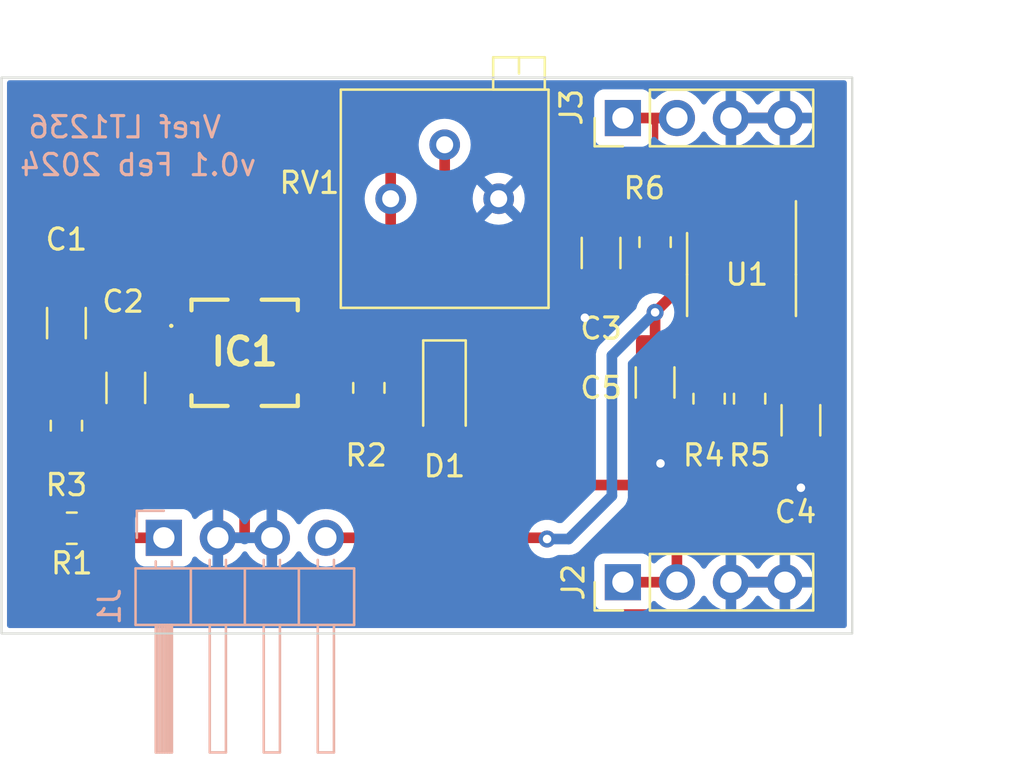
<source format=kicad_pcb>
(kicad_pcb (version 20240108) (generator "pcbnew") (generator_version "8.0")
  (layers (0 "F.Cu" signal) (31 "B.Cu" signal) (34 "B.Paste" user) (35 "F.Paste" user) (36 "B.SilkS" user "B.Silkscreen") (37 "F.SilkS" user "F.Silkscreen") (38 "B.Mask" user) (39 "F.Mask" user) (44 "Edge.Cuts" user))
  (net 0 "")
  (net 1 "GND")
  (net 2 "Net-(D1-K)")
  (net 7 "+9V")
  (net 8 "/Trim")
  (net 9 "/Unbuf_5V")
  (net 10 "/Filt_9V")
  (net 11 "-9V")
  (net 12 "Net-(C1-Pad2)")
  (net 13 "Net-(U1B--)")
  (net 14 "/RefN")
  (net 15 "/RefP")
  (footprint "Capacitor_SMD:C_1206_3216Metric_Pad1.33x1.80mm_HandSolder" (layer "F.Cu") (at 98.044 108.966 -90)
    (property "Reference" "C2" (at -4.064 0.127 180) (layer "F.SilkS"))
    (property "Value" "100nF C0G")
    (fp_line (start -0.711252 0.91) (end 0.711252 0.91) (stroke (width 0.12)) (layer "F.SilkS"))
    (fp_line (start -0.711252 -0.91) (end 0.711252 -0.91) (stroke (width 0.12)) (layer "F.SilkS"))
    (pad "1" smd roundrect (at -1.5625 0 270) (size 1.325 1.8) (layers "F.Cu" "F.Paste" "F.Mask") (roundrect_rratio 0.188679) (net 10 "/Filt_9V"))
    (pad "2" smd roundrect (at 1.5625 0 270) (size 1.325 1.8) (layers "F.Cu" "F.Paste" "F.Mask") (roundrect_rratio 0.188679) (net 1 "GND"))
  )
  (footprint "Resistor_SMD:R_0805_2012Metric_Pad1.20x1.40mm_HandSolder" (layer "F.Cu") (at 122.936 102.108 -90)
    (property "Reference" "R6" (at -2.54 0.508 180) (layer "F.SilkS"))
    (property "Value" "10k")
    (fp_line (start -0.227064 0.735) (end 0.227064 0.735) (stroke (width 0.12)) (layer "F.SilkS"))
    (fp_line (start -0.227064 -0.735) (end 0.227064 -0.735) (stroke (width 0.12)) (layer "F.SilkS"))
    (pad "1" smd roundrect (at -1 0 270) (size 1.2 1.4) (layers "F.Cu" "F.Paste" "F.Mask") (roundrect_rratio 0.208333) (net 9 "/Unbuf_5V"))
    (pad "2" smd roundrect (at 1 0 270) (size 1.2 1.4) (layers "F.Cu" "F.Paste" "F.Mask") (roundrect_rratio 0.208333) (net 1 "GND"))
  )
  (footprint "Capacitor_SMD:C_1206_3216Metric_Pad1.33x1.80mm_HandSolder" (layer "F.Cu") (at 129.794 110.49 -90)
    (property "Reference" "C4" (at 4.318 0.254 180) (layer "F.SilkS"))
    (property "Value" "100nF C0G")
    (fp_line (start -0.711252 0.91) (end 0.711252 0.91) (stroke (width 0.12)) (layer "F.SilkS"))
    (fp_line (start -0.711252 -0.91) (end 0.711252 -0.91) (stroke (width 0.12)) (layer "F.SilkS"))
    (pad "1" smd roundrect (at -1.5625 0 270) (size 1.325 1.8) (layers "F.Cu" "F.Paste" "F.Mask") (roundrect_rratio 0.188679) (net 7 "+9V"))
    (pad "2" smd roundrect (at 1.5625 0 270) (size 1.325 1.8) (layers "F.Cu" "F.Paste" "F.Mask") (roundrect_rratio 0.188679) (net 1 "GND"))
  )
  (footprint "Capacitor_SMD:C_1206_3216Metric_Pad1.33x1.80mm_HandSolder" (layer "F.Cu") (at 122.936 108.712 90)
    (property "Reference" "C5" (at -0.254 -2.54 180) (layer "F.SilkS"))
    (property "Value" "100nF C0G")
    (fp_line (start -0.711252 -0.91) (end 0.711252 -0.91) (stroke (width 0.12)) (layer "F.SilkS"))
    (fp_line (start -0.711252 0.91) (end 0.711252 0.91) (stroke (width 0.12)) (layer "F.SilkS"))
    (pad "1" smd roundrect (at -1.5625 0 90) (size 1.325 1.8) (layers "F.Cu" "F.Paste" "F.Mask") (roundrect_rratio 0.188679) (net 1 "GND"))
    (pad "2" smd roundrect (at 1.5625 0 90) (size 1.325 1.8) (layers "F.Cu" "F.Paste" "F.Mask") (roundrect_rratio 0.188679) (net 11 "-9V"))
  )
  (footprint "Resistor_SMD:R_0805_2012Metric_Pad1.20x1.40mm_HandSolder" (layer "F.Cu") (at 109.474 108.966 -90)
    (property "Reference" "R2" (at 3.175 0.127 180) (layer "F.SilkS"))
    (property "Value" "27k")
    (fp_line (start -0.227064 0.735) (end 0.227064 0.735) (stroke (width 0.12)) (layer "F.SilkS"))
    (fp_line (start -0.227064 -0.735) (end 0.227064 -0.735) (stroke (width 0.12)) (layer "F.SilkS"))
    (pad "1" smd roundrect (at -1 0 270) (size 1.2 1.4) (layers "F.Cu" "F.Paste" "F.Mask") (roundrect_rratio 0.208333) (net 9 "/Unbuf_5V"))
    (pad "2" smd roundrect (at 1 0 270) (size 1.2 1.4) (layers "F.Cu" "F.Paste" "F.Mask") (roundrect_rratio 0.208333) (net 8 "/Trim"))
  )
  (footprint "Connector_PinHeader_2.54mm:PinHeader_1x04_P2.54mm_Vertical" (layer "F.Cu") (at 121.422 96.266 90)
    (property "Reference" "J3" (at 0.508 -2.423 -90) (layer "F.SilkS"))
    (property "Value" "RefP")
    (fp_line (start -1.33 -1.33) (end 0 -1.33) (stroke (width 0.12)) (layer "F.SilkS"))
    (fp_line (start -1.33 0) (end -1.33 -1.33) (stroke (width 0.12)) (layer "F.SilkS"))
    (fp_line (start 1.33 1.27) (end 1.33 8.95) (stroke (width 0.12)) (layer "F.SilkS"))
    (fp_line (start -1.33 1.27) (end 1.33 1.27) (stroke (width 0.12)) (layer "F.SilkS"))
    (fp_line (start -1.33 1.27) (end -1.33 8.95) (stroke (width 0.12)) (layer "F.SilkS"))
    (fp_line (start -1.33 8.95) (end 1.33 8.95) (stroke (width 0.12)) (layer "F.SilkS"))
    (pad "1" thru_hole rect (at 0 0 90) (size 1.7 1.7) (drill 1) (layers "*.Cu" "*.Mask" "In1.Cu" "In2.Cu" "In3.Cu" "In4.Cu" "In5.Cu" "In6.Cu" "In7.Cu" "In8.Cu" "In9.Cu" "In10.Cu" "In11.Cu" "In12.Cu" "In13.Cu" "In14.Cu" "In15.Cu" "In16.Cu" "In17.Cu" "In18.Cu" "In19.Cu" "In20.Cu" "In21.Cu" "In22.Cu" "In23.Cu" "In24.Cu" "In25.Cu" "In26.Cu" "In27.Cu" "In28.Cu" "In29.Cu" "In30.Cu") (net 15 "/RefP"))
    (pad "2" thru_hole oval (at 0 2.54 90) (size 1.7 1.7) (drill 1) (layers "*.Cu" "*.Mask" "In1.Cu" "In2.Cu" "In3.Cu" "In4.Cu" "In5.Cu" "In6.Cu" "In7.Cu" "In8.Cu" "In9.Cu" "In10.Cu" "In11.Cu" "In12.Cu" "In13.Cu" "In14.Cu" "In15.Cu" "In16.Cu" "In17.Cu" "In18.Cu" "In19.Cu" "In20.Cu" "In21.Cu" "In22.Cu" "In23.Cu" "In24.Cu" "In25.Cu" "In26.Cu" "In27.Cu" "In28.Cu" "In29.Cu" "In30.Cu") (net 15 "/RefP"))
    (pad "3" thru_hole oval (at 0 5.08 90) (size 1.7 1.7) (drill 1) (layers "*.Cu" "*.Mask" "In1.Cu" "In2.Cu" "In3.Cu" "In4.Cu" "In5.Cu" "In6.Cu" "In7.Cu" "In8.Cu" "In9.Cu" "In10.Cu" "In11.Cu" "In12.Cu" "In13.Cu" "In14.Cu" "In15.Cu" "In16.Cu" "In17.Cu" "In18.Cu" "In19.Cu" "In20.Cu" "In21.Cu" "In22.Cu" "In23.Cu" "In24.Cu" "In25.Cu" "In26.Cu" "In27.Cu" "In28.Cu" "In29.Cu" "In30.Cu") (net 1 "GND"))
    (pad "4" thru_hole oval (at 0 7.62 90) (size 1.7 1.7) (drill 1) (layers "*.Cu" "*.Mask" "In1.Cu" "In2.Cu" "In3.Cu" "In4.Cu" "In5.Cu" "In6.Cu" "In7.Cu" "In8.Cu" "In9.Cu" "In10.Cu" "In11.Cu" "In12.Cu" "In13.Cu" "In14.Cu" "In15.Cu" "In16.Cu" "In17.Cu" "In18.Cu" "In19.Cu" "In20.Cu" "In21.Cu" "In22.Cu" "In23.Cu" "In24.Cu" "In25.Cu" "In26.Cu" "In27.Cu" "In28.Cu" "In29.Cu" "In30.Cu") (net 1 "GND"))
  )
  (footprint "Connector_PinHeader_2.54mm:PinHeader_1x04_P2.54mm_Vertical" (layer "F.Cu") (at 121.422 118.11 90)
    (property "Reference" "J2" (at 0 -2.33 90) (layer "F.SilkS"))
    (property "Value" "RefN")
    (fp_line (start -1.33 -1.33) (end 0 -1.33) (stroke (width 0.12)) (layer "F.SilkS"))
    (fp_line (start -1.33 0) (end -1.33 -1.33) (stroke (width 0.12)) (layer "F.SilkS"))
    (fp_line (start 1.33 1.27) (end 1.33 8.95) (stroke (width 0.12)) (layer "F.SilkS"))
    (fp_line (start -1.33 1.27) (end 1.33 1.27) (stroke (width 0.12)) (layer "F.SilkS"))
    (fp_line (start -1.33 1.27) (end -1.33 8.95) (stroke (width 0.12)) (layer "F.SilkS"))
    (fp_line (start -1.33 8.95) (end 1.33 8.95) (stroke (width 0.12)) (layer "F.SilkS"))
    (pad "1" thru_hole rect (at 0 0 90) (size 1.7 1.7) (drill 1) (layers "*.Cu" "*.Mask" "In1.Cu" "In2.Cu" "In3.Cu" "In4.Cu" "In5.Cu" "In6.Cu" "In7.Cu" "In8.Cu" "In9.Cu" "In10.Cu" "In11.Cu" "In12.Cu" "In13.Cu" "In14.Cu" "In15.Cu" "In16.Cu" "In17.Cu" "In18.Cu" "In19.Cu" "In20.Cu" "In21.Cu" "In22.Cu" "In23.Cu" "In24.Cu" "In25.Cu" "In26.Cu" "In27.Cu" "In28.Cu" "In29.Cu" "In30.Cu") (net 14 "/RefN"))
    (pad "2" thru_hole oval (at 0 2.54 90) (size 1.7 1.7) (drill 1) (layers "*.Cu" "*.Mask" "In1.Cu" "In2.Cu" "In3.Cu" "In4.Cu" "In5.Cu" "In6.Cu" "In7.Cu" "In8.Cu" "In9.Cu" "In10.Cu" "In11.Cu" "In12.Cu" "In13.Cu" "In14.Cu" "In15.Cu" "In16.Cu" "In17.Cu" "In18.Cu" "In19.Cu" "In20.Cu" "In21.Cu" "In22.Cu" "In23.Cu" "In24.Cu" "In25.Cu" "In26.Cu" "In27.Cu" "In28.Cu" "In29.Cu" "In30.Cu") (net 14 "/RefN"))
    (pad "3" thru_hole oval (at 0 5.08 90) (size 1.7 1.7) (drill 1) (layers "*.Cu" "*.Mask" "In1.Cu" "In2.Cu" "In3.Cu" "In4.Cu" "In5.Cu" "In6.Cu" "In7.Cu" "In8.Cu" "In9.Cu" "In10.Cu" "In11.Cu" "In12.Cu" "In13.Cu" "In14.Cu" "In15.Cu" "In16.Cu" "In17.Cu" "In18.Cu" "In19.Cu" "In20.Cu" "In21.Cu" "In22.Cu" "In23.Cu" "In24.Cu" "In25.Cu" "In26.Cu" "In27.Cu" "In28.Cu" "In29.Cu" "In30.Cu") (net 1 "GND"))
    (pad "4" thru_hole oval (at 0 7.62 90) (size 1.7 1.7) (drill 1) (layers "*.Cu" "*.Mask" "In1.Cu" "In2.Cu" "In3.Cu" "In4.Cu" "In5.Cu" "In6.Cu" "In7.Cu" "In8.Cu" "In9.Cu" "In10.Cu" "In11.Cu" "In12.Cu" "In13.Cu" "In14.Cu" "In15.Cu" "In16.Cu" "In17.Cu" "In18.Cu" "In19.Cu" "In20.Cu" "In21.Cu" "In22.Cu" "In23.Cu" "In24.Cu" "In25.Cu" "In26.Cu" "In27.Cu" "In28.Cu" "In29.Cu" "In30.Cu") (net 1 "GND"))
  )
  (footprint "Resistor_SMD:R_0805_2012Metric_Pad1.20x1.40mm_HandSolder" (layer "F.Cu") (at 127.381 109.474 -90)
    (property "Reference" "R5" (at 2.667 0 180) (layer "F.SilkS"))
    (property "Value" "1k8 0.02% 5ppm")
    (fp_line (start -0.227064 0.735) (end 0.227064 0.735) (stroke (width 0.12)) (layer "F.SilkS"))
    (fp_line (start -0.227064 -0.735) (end 0.227064 -0.735) (stroke (width 0.12)) (layer "F.SilkS"))
    (pad "1" smd roundrect (at -1 0 270) (size 1.2 1.4) (layers "F.Cu" "F.Paste" "F.Mask") (roundrect_rratio 0.208333) (net 13 "Net-(U1B--)"))
    (pad "2" smd roundrect (at 1 0 270) (size 1.2 1.4) (layers "F.Cu" "F.Paste" "F.Mask") (roundrect_rratio 0.208333) (net 14 "/RefN"))
  )
  (footprint "Potentiometer_THT:Potentiometer_Bourns_3296P_Horizontal" (layer "F.Cu") (at 115.58 100.064 -90)
    (property "Reference" "RV1" (at -0.75 8.9 180) (layer "F.SilkS"))
    (property "Value" "50k Bourns 3296P")
    (fp_line (start -5.135 7.425) (end 5.135 7.425) (stroke (width 0.12)) (layer "F.SilkS"))
    (fp_line (start -6.655 0.26) (end -5.136 0.26) (stroke (width 0.12)) (layer "F.SilkS"))
    (fp_line (start -6.655 -0.955) (end -5.896 -0.955) (stroke (width 0.12)) (layer "F.SilkS"))
    (fp_line (start -6.655 -2.169) (end -6.655 0.26) (stroke (width 0.12)) (layer "F.SilkS"))
    (fp_line (start -6.655 -2.169) (end -5.136 -2.169) (stroke (width 0.12)) (layer "F.SilkS"))
    (fp_line (start -5.136 -2.169) (end -5.136 0.26) (stroke (width 0.12)) (layer "F.SilkS"))
    (fp_line (start -5.135 -2.345) (end -5.135 7.425) (stroke (width 0.12)) (layer "F.SilkS"))
    (fp_line (start -5.135 -2.345) (end 5.135 -2.345) (stroke (width 0.12)) (layer "F.SilkS"))
    (fp_line (start 5.135 -2.345) (end 5.135 7.425) (stroke (width 0.12)) (layer "F.SilkS"))
    (pad "1" thru_hole circle (at 0 0 270) (size 1.44 1.44) (drill 0.8) (layers "*.Cu" "*.Mask" "In1.Cu" "In2.Cu" "In3.Cu" "In4.Cu" "In5.Cu" "In6.Cu" "In7.Cu" "In8.Cu" "In9.Cu" "In10.Cu" "In11.Cu" "In12.Cu" "In13.Cu" "In14.Cu" "In15.Cu" "In16.Cu" "In17.Cu" "In18.Cu" "In19.Cu" "In20.Cu" "In21.Cu" "In22.Cu" "In23.Cu" "In24.Cu" "In25.Cu" "In26.Cu" "In27.Cu" "In28.Cu" "In29.Cu" "In30.Cu") (net 1 "GND"))
    (pad "2" thru_hole circle (at -2.54 2.54 270) (size 1.44 1.44) (drill 0.8) (layers "*.Cu" "*.Mask" "In1.Cu" "In2.Cu" "In3.Cu" "In4.Cu" "In5.Cu" "In6.Cu" "In7.Cu" "In8.Cu" "In9.Cu" "In10.Cu" "In11.Cu" "In12.Cu" "In13.Cu" "In14.Cu" "In15.Cu" "In16.Cu" "In17.Cu" "In18.Cu" "In19.Cu" "In20.Cu" "In21.Cu" "In22.Cu" "In23.Cu" "In24.Cu" "In25.Cu" "In26.Cu" "In27.Cu" "In28.Cu" "In29.Cu" "In30.Cu") (net 2 "Net-(D1-K)"))
    (pad "3" thru_hole circle (at 0 5.08 270) (size 1.44 1.44) (drill 0.8) (layers "*.Cu" "*.Mask" "In1.Cu" "In2.Cu" "In3.Cu" "In4.Cu" "In5.Cu" "In6.Cu" "In7.Cu" "In8.Cu" "In9.Cu" "In10.Cu" "In11.Cu" "In12.Cu" "In13.Cu" "In14.Cu" "In15.Cu" "In16.Cu" "In17.Cu" "In18.Cu" "In19.Cu" "In20.Cu" "In21.Cu" "In22.Cu" "In23.Cu" "In24.Cu" "In25.Cu" "In26.Cu" "In27.Cu" "In28.Cu" "In29.Cu" "In30.Cu") (net 9 "/Unbuf_5V"))
  )
  (footprint "Resistor_SMD:R_0805_2012Metric_Pad1.20x1.40mm_HandSolder" (layer "F.Cu") (at 95.504 115.57 180)
    (property "Reference" "R1" (at 0 -1.65 0) (layer "F.SilkS"))
    (property "Value" "10R")
    (fp_line (start -0.227064 0.735) (end 0.227064 0.735) (stroke (width 0.12)) (layer "F.SilkS"))
    (fp_line (start -0.227064 -0.735) (end 0.227064 -0.735) (stroke (width 0.12)) (layer "F.SilkS"))
    (pad "1" smd roundrect (at -1 0 180) (size 1.2 1.4) (layers "F.Cu" "F.Paste" "F.Mask") (roundrect_rratio 0.208333) (net 7 "+9V"))
    (pad "2" smd roundrect (at 1 0 180) (size 1.2 1.4) (layers "F.Cu" "F.Paste" "F.Mask") (roundrect_rratio 0.208333) (net 10 "/Filt_9V"))
  )
  (footprint "Diode_SMD:D_SOD-123" (layer "F.Cu") (at 113.03 109.093 -90)
    (property "Reference" "D1" (at 3.556 0 180) (layer "F.SilkS"))
    (property "Value" "1N4148")
    (fp_line (start -2.36 1) (end 1.65 1) (stroke (width 0.12)) (layer "F.SilkS"))
    (fp_line (start -2.36 -1) (end -2.36 1) (stroke (width 0.12)) (layer "F.SilkS"))
    (fp_line (start -2.36 -1) (end 1.65 -1) (stroke (width 0.12)) (layer "F.SilkS"))
    (pad "1" smd roundrect (at -1.65 0 270) (size 0.9 1.2) (layers "F.Cu" "F.Paste" "F.Mask") (net 2 "Net-(D1-K)"))
    (pad "2" smd roundrect (at 1.65 0 270) (size 0.9 1.2) (layers "F.Cu" "F.Paste" "F.Mask") (net 8 "/Trim"))
  )
  (footprint "Package_SO:SO-8_3.9x4.9mm_P1.27mm" (layer "F.Cu") (at 127 103.632 -90)
    (property "Reference" "U1" (at 0 -0.254 180) (layer "F.SilkS"))
    (property "Value" "OPA2192")
    (fp_line (start 0 2.56) (end -1.95 2.56) (stroke (width 0.12)) (layer "F.SilkS"))
    (fp_line (start 0 2.56) (end 1.95 2.56) (stroke (width 0.12)) (layer "F.SilkS"))
    (fp_line (start 0 -2.56) (end -3.45 -2.56) (stroke (width 0.12)) (layer "F.SilkS"))
    (fp_line (start 0 -2.56) (end 1.95 -2.56) (stroke (width 0.12)) (layer "F.SilkS"))
    (pad "1" smd roundrect (at -2.575 -1.905 270) (size 1.75 0.6) (layers "F.Cu" "F.Paste" "F.Mask") (net 15 "/RefP"))
    (pad "2" smd roundrect (at -2.575 -0.635 270) (size 1.75 0.6) (layers "F.Cu" "F.Paste" "F.Mask") (net 15 "/RefP"))
    (pad "3" smd roundrect (at -2.575 0.635 270) (size 1.75 0.6) (layers "F.Cu" "F.Paste" "F.Mask") (net 9 "/Unbuf_5V"))
    (pad "4" smd roundrect (at -2.575 1.905 270) (size 1.75 0.6) (layers "F.Cu" "F.Paste" "F.Mask") (net 11 "-9V"))
    (pad "5" smd roundrect (at 2.575 1.905 270) (size 1.75 0.6) (layers "F.Cu" "F.Paste" "F.Mask") (net 1 "GND"))
    (pad "6" smd roundrect (at 2.575 0.635 270) (size 1.75 0.6) (layers "F.Cu" "F.Paste" "F.Mask") (net 13 "Net-(U1B--)"))
    (pad "7" smd roundrect (at 2.575 -0.635 270) (size 1.75 0.6) (layers "F.Cu" "F.Paste" "F.Mask") (net 14 "/RefN"))
    (pad "8" smd roundrect (at 2.575 -1.905 270) (size 1.75 0.6) (layers "F.Cu" "F.Paste" "F.Mask") (net 7 "+9V"))
  )
  (footprint "Resistor_SMD:R_0805_2012Metric_Pad1.20x1.40mm_HandSolder" (layer "F.Cu") (at 125.476 109.474 90)
    (property "Reference" "R4" (at -2.667 -0.254 180) (layer "F.SilkS"))
    (property "Value" "1k8 0.02% 5ppm")
    (fp_line (start -0.227064 -0.735) (end 0.227064 -0.735) (stroke (width 0.12)) (layer "F.SilkS"))
    (fp_line (start -0.227064 0.735) (end 0.227064 0.735) (stroke (width 0.12)) (layer "F.SilkS"))
    (pad "1" smd roundrect (at -1 0 90) (size 1.2 1.4) (layers "F.Cu" "F.Paste" "F.Mask") (roundrect_rratio 0.208333) (net 9 "/Unbuf_5V"))
    (pad "2" smd roundrect (at 1 0 90) (size 1.2 1.4) (layers "F.Cu" "F.Paste" "F.Mask") (roundrect_rratio 0.208333) (net 13 "Net-(U1B--)"))
  )
  (footprint "Ceramic_LCC:LT1236AILS85PBF" (layer "F.Cu") (at 103.632 107.315)
    (property "Reference" "IC1" (at 0 -0.05 0) (layer "F.SilkS") (effects (font (size 1.27 1.27) (thickness 0.254))))
    (property "Value" "LT1236AILS8-5#PBF" (hide yes))
    (fp_line (start -3.5 -1.27) (end -3.5 -1.27) (stroke (width 0.1)) (layer "F.SilkS"))
    (fp_line (start -3.4 -1.27) (end -3.4 -1.27) (stroke (width 0.1)) (layer "F.SilkS"))
    (fp_line (start -2.5 -2.5) (end -0.8 -2.5) (stroke (width 0.2)) (layer "F.SilkS"))
    (fp_line (start -2.5 -2) (end -2.5 -2.5) (stroke (width 0.2)) (layer "F.SilkS"))
    (fp_line (start -2.5 2) (end -2.5 2.5) (stroke (width 0.2)) (layer "F.SilkS"))
    (fp_line (start -2.5 2.5) (end -0.8 2.5) (stroke (width 0.2)) (layer "F.SilkS"))
    (fp_line (start 0.8 -2.5) (end 2.5 -2.5) (stroke (width 0.2)) (layer "F.SilkS"))
    (fp_line (start 0.8 2.5) (end 2.5 2.5) (stroke (width 0.2)) (layer "F.SilkS"))
    (fp_line (start 2.5 -2.5) (end 2.5 -2) (stroke (width 0.2)) (layer "F.SilkS"))
    (fp_line (start 2.5 2.5) (end 2.5 2) (stroke (width 0.2)) (layer "F.SilkS"))
    (fp_arc (start -3.5 -1.27) (mid -3.45 -1.32) (end -3.4 -1.27) (stroke (width 0.1)) (layer "F.SilkS"))
    (fp_arc (start -3.4 -1.27) (mid -3.45 -1.22) (end -3.5 -1.27) (stroke (width 0.1)) (layer "F.SilkS"))
    (pad "1" smd rect (at -2.15 -1.27 90) (size 0.7 1.5) (layers "F.Cu" "F.Paste" "F.Mask"))
    (pad "2" smd rect (at -2.15 0 90) (size 0.7 1.5) (layers "F.Cu" "F.Paste" "F.Mask") (net 10 "/Filt_9V"))
    (pad "3" smd rect (at -2.15 1.27 90) (size 0.7 1.5) (layers "F.Cu" "F.Paste" "F.Mask"))
    (pad "4" smd rect (at 0 2.15) (size 0.7 1.5) (layers "F.Cu" "F.Paste" "F.Mask") (net 1 "GND"))
    (pad "5" smd rect (at 2.15 1.27 90) (size 0.7 1.5) (layers "F.Cu" "F.Paste" "F.Mask") (net 8 "/Trim"))
    (pad "6" smd rect (at 2.15 0 90) (size 0.7 1.5) (layers "F.Cu" "F.Paste" "F.Mask") (net 9 "/Unbuf_5V"))
    (pad "7" smd rect (at 2.15 -1.27 90) (size 0.7 1.5) (layers "F.Cu" "F.Paste" "F.Mask"))
    (pad "8" smd rect (at 0 -1.75) (size 0.7 2.5) (layers "F.Cu" "F.Paste" "F.Mask"))
  )
  (footprint "Capacitor_SMD:C_1206_3216Metric_Pad1.33x1.80mm_HandSolder" (layer "F.Cu") (at 120.396 102.616 -90)
    (property "Reference" "C3" (at 3.556 0 180) (layer "F.SilkS"))
    (property "Value" "100nF C0G")
    (fp_line (start -0.711252 0.91) (end 0.711252 0.91) (stroke (width 0.12)) (layer "F.SilkS"))
    (fp_line (start -0.711252 -0.91) (end 0.711252 -0.91) (stroke (width 0.12)) (layer "F.SilkS"))
    (pad "1" smd roundrect (at -1.5625 0 270) (size 1.325 1.8) (layers "F.Cu" "F.Paste" "F.Mask") (roundrect_rratio 0.188679) (net 9 "/Unbuf_5V"))
    (pad "2" smd roundrect (at 1.5625 0 270) (size 1.325 1.8) (layers "F.Cu" "F.Paste" "F.Mask") (roundrect_rratio 0.188679) (net 1 "GND"))
  )
  (footprint "Capacitor_SMD:C_1206_3216Metric_Pad1.33x1.80mm_HandSolder" (layer "F.Cu") (at 95.25 105.918 -90)
    (property "Reference" "C1" (at -3.937 0 180) (layer "F.SilkS"))
    (property "Value" "1uF X7R")
    (fp_line (start -0.711252 0.91) (end 0.711252 0.91) (stroke (width 0.12)) (layer "F.SilkS"))
    (fp_line (start -0.711252 -0.91) (end 0.711252 -0.91) (stroke (width 0.12)) (layer "F.SilkS"))
    (pad "1" smd roundrect (at -1.5625 0 270) (size 1.325 1.8) (layers "F.Cu" "F.Paste" "F.Mask") (roundrect_rratio 0.188679) (net 10 "/Filt_9V"))
    (pad "2" smd roundrect (at 1.5625 0 270) (size 1.325 1.8) (layers "F.Cu" "F.Paste" "F.Mask") (roundrect_rratio 0.188679) (net 12 "Net-(C1-Pad2)"))
  )
  (footprint "Resistor_SMD:R_0805_2012Metric_Pad1.20x1.40mm_HandSolder" (layer "F.Cu") (at 95.25 110.744 -90)
    (property "Reference" "R3" (at 2.794 0 180) (layer "F.SilkS"))
    (property "Value" "5R1")
    (fp_line (start -0.227064 0.735) (end 0.227064 0.735) (stroke (width 0.12)) (layer "F.SilkS"))
    (fp_line (start -0.227064 -0.735) (end 0.227064 -0.735) (stroke (width 0.12)) (layer "F.SilkS"))
    (pad "1" smd roundrect (at -1 0 270) (size 1.2 1.4) (layers "F.Cu" "F.Paste" "F.Mask") (roundrect_rratio 0.208333) (net 12 "Net-(C1-Pad2)"))
    (pad "2" smd roundrect (at 1 0 270) (size 1.2 1.4) (layers "F.Cu" "F.Paste" "F.Mask") (roundrect_rratio 0.208333) (net 1 "GND"))
  )
  (footprint "Connector_PinHeader_2.54mm:PinHeader_1x04_P2.54mm_Horizontal" (layer "B.Cu") (at 99.832 116.021 -90)
    (property "Reference" "J1" (at 3.232 2.55 90) (layer "B.SilkS") (effects (justify mirror)))
    (property "Value" "pwr")
    (fp_line (start 1.44 1.33) (end 1.44 -8.95) (stroke (width 0.12)) (layer "B.SilkS"))
    (fp_line (start 4.1 1.33) (end 1.44 1.33) (stroke (width 0.12)) (layer "B.SilkS"))
    (fp_line (start -1.27 1.27) (end 0 1.27) (stroke (width 0.12)) (layer "B.SilkS"))
    (fp_line (start 1.11 0.38) (end 1.44 0.38) (stroke (width 0.12)) (layer "B.SilkS"))
    (fp_line (start 4.1 0.38) (end 10.1 0.38) (stroke (width 0.12)) (layer "B.SilkS"))
    (fp_line (start 10.1 0.38) (end 10.1 -0.38) (stroke (width 0.12)) (layer "B.SilkS"))
    (fp_line (start 4.1 0.32) (end 10.1 0.32) (stroke (width 0.12)) (layer "B.SilkS"))
    (fp_line (start 4.1 0.2) (end 10.1 0.2) (stroke (width 0.12)) (layer "B.SilkS"))
    (fp_line (start 4.1 0.08) (end 10.1 0.08) (stroke (width 0.12)) (layer "B.SilkS"))
    (fp_line (start -1.27 0) (end -1.27 1.27) (stroke (width 0.12)) (layer "B.SilkS"))
    (fp_line (start 4.1 -0.04) (end 10.1 -0.04) (stroke (width 0.12)) (layer "B.SilkS"))
    (fp_line (start 4.1 -0.16) (end 10.1 -0.16) (stroke (width 0.12)) (layer "B.SilkS"))
    (fp_line (start 4.1 -0.28) (end 10.1 -0.28) (stroke (width 0.12)) (layer "B.SilkS"))
    (fp_line (start 1.11 -0.38) (end 1.44 -0.38) (stroke (width 0.12)) (layer "B.SilkS"))
    (fp_line (start 10.1 -0.38) (end 4.1 -0.38) (stroke (width 0.12)) (layer "B.SilkS"))
    (fp_line (start 1.44 -1.27) (end 4.1 -1.27) (stroke (width 0.12)) (layer "B.SilkS"))
    (fp_line (start 1.042929 -2.16) (end 1.44 -2.16) (stroke (width 0.12)) (layer "B.SilkS"))
    (fp_line (start 4.1 -2.16) (end 10.1 -2.16) (stroke (width 0.12)) (layer "B.SilkS"))
    (fp_line (start 10.1 -2.16) (end 10.1 -2.92) (stroke (width 0.12)) (layer "B.SilkS"))
    (fp_line (start 1.042929 -2.92) (end 1.44 -2.92) (stroke (width 0.12)) (layer "B.SilkS"))
    (fp_line (start 10.1 -2.92) (end 4.1 -2.92) (stroke (width 0.12)) (layer "B.SilkS"))
    (fp_line (start 1.44 -3.81) (end 4.1 -3.81) (stroke (width 0.12)) (layer "B.SilkS"))
    (fp_line (start 1.042929 -4.7) (end 1.44 -4.7) (stroke (width 0.12)) (layer "B.SilkS"))
    (fp_line (start 4.1 -4.7) (end 10.1 -4.7) (stroke (width 0.12)) (layer "B.SilkS"))
    (fp_line (start 10.1 -4.7) (end 10.1 -5.46) (stroke (width 0.12)) (layer "B.SilkS"))
    (fp_line (start 1.042929 -5.46) (end 1.44 -5.46) (stroke (width 0.12)) (layer "B.SilkS"))
    (fp_line (start 10.1 -5.46) (end 4.1 -5.46) (stroke (width 0.12)) (layer "B.SilkS"))
    (fp_line (start 1.44 -6.35) (end 4.1 -6.35) (stroke (width 0.12)) (layer "B.SilkS"))
    (fp_line (start 1.042929 -7.24) (end 1.44 -7.24) (stroke (width 0.12)) (layer "B.SilkS"))
    (fp_line (start 4.1 -7.24) (end 10.1 -7.24) (stroke (width 0.12)) (layer "B.SilkS"))
    (fp_line (start 10.1 -7.24) (end 10.1 -8) (stroke (width 0.12)) (layer "B.SilkS"))
    (fp_line (start 1.042929 -8) (end 1.44 -8) (stroke (width 0.12)) (layer "B.SilkS"))
    (fp_line (start 10.1 -8) (end 4.1 -8) (stroke (width 0.12)) (layer "B.SilkS"))
    (fp_line (start 1.44 -8.95) (end 4.1 -8.95) (stroke (width 0.12)) (layer "B.SilkS"))
    (fp_line (start 4.1 -8.95) (end 4.1 1.33) (stroke (width 0.12)) (layer "B.SilkS"))
    (pad "1" thru_hole rect (at 0 0 270) (size 1.7 1.7) (drill 1) (layers "*.Cu" "*.Mask" "In1.Cu" "In2.Cu" "In3.Cu" "In4.Cu" "In5.Cu" "In6.Cu" "In7.Cu" "In8.Cu" "In9.Cu" "In10.Cu" "In11.Cu" "In12.Cu" "In13.Cu" "In14.Cu" "In15.Cu" "In16.Cu" "In17.Cu" "In18.Cu" "In19.Cu" "In20.Cu" "In21.Cu" "In22.Cu" "In23.Cu" "In24.Cu" "In25.Cu" "In26.Cu" "In27.Cu" "In28.Cu" "In29.Cu" "In30.Cu") (net 7 "+9V"))
    (pad "2" thru_hole oval (at 0 -2.54 270) (size 1.7 1.7) (drill 1) (layers "*.Cu" "*.Mask" "In1.Cu" "In2.Cu" "In3.Cu" "In4.Cu" "In5.Cu" "In6.Cu" "In7.Cu" "In8.Cu" "In9.Cu" "In10.Cu" "In11.Cu" "In12.Cu" "In13.Cu" "In14.Cu" "In15.Cu" "In16.Cu" "In17.Cu" "In18.Cu" "In19.Cu" "In20.Cu" "In21.Cu" "In22.Cu" "In23.Cu" "In24.Cu" "In25.Cu" "In26.Cu" "In27.Cu" "In28.Cu" "In29.Cu" "In30.Cu") (net 1 "GND"))
    (pad "3" thru_hole oval (at 0 -5.08 270) (size 1.7 1.7) (drill 1) (layers "*.Cu" "*.Mask" "In1.Cu" "In2.Cu" "In3.Cu" "In4.Cu" "In5.Cu" "In6.Cu" "In7.Cu" "In8.Cu" "In9.Cu" "In10.Cu" "In11.Cu" "In12.Cu" "In13.Cu" "In14.Cu" "In15.Cu" "In16.Cu" "In17.Cu" "In18.Cu" "In19.Cu" "In20.Cu" "In21.Cu" "In22.Cu" "In23.Cu" "In24.Cu" "In25.Cu" "In26.Cu" "In27.Cu" "In28.Cu" "In29.Cu" "In30.Cu") (net 1 "GND"))
    (pad "4" thru_hole oval (at 0 -7.62 270) (size 1.7 1.7) (drill 1) (layers "*.Cu" "*.Mask" "In1.Cu" "In2.Cu" "In3.Cu" "In4.Cu" "In5.Cu" "In6.Cu" "In7.Cu" "In8.Cu" "In9.Cu" "In10.Cu" "In11.Cu" "In12.Cu" "In13.Cu" "In14.Cu" "In15.Cu" "In16.Cu" "In17.Cu" "In18.Cu" "In19.Cu" "In20.Cu" "In21.Cu" "In22.Cu" "In23.Cu" "In24.Cu" "In25.Cu" "In26.Cu" "In27.Cu" "In28.Cu" "In29.Cu" "In30.Cu") (net 11 "-9V"))
  )
  (gr_rect (start 92.202 94.361) (end 132.207 120.523) (stroke (width 0.1)) (fill none) (layer "Edge.Cuts"))
  (gr_text "v0.1 Feb 2024" (at 104.267 99.06 0) (layer "B.SilkS") (effects (font (size 1 1)) (justify left bottom mirror)))
  (gr_text "Vref LT1236" (at 102.616 97.282 0) (layer "B.SilkS") (effects (font (size 1 1)) (justify left bottom mirror)))
  (segment (start 120.1035 104.1785) (end 119.634 104.648) (width 0.5) (layer "F.Cu") (net 1))
  (segment (start 102.372 114.437) (end 102.372 116.021) (width 0.5) (layer "F.Cu") (net 1))
  (segment (start 103.632 116.021) (end 104.912 116.021) (width 0.5) (layer "F.Cu") (net 1))
  (segment (start 126.502 96.266) (end 129.042 96.266) (width 0.5) (layer "F.Cu") (net 1))
  (segment (start 97.139 111.744) (end 99.314 113.919) (width 0.5) (layer "F.Cu") (net 1))
  (segment (start 120.396 104.1785) (end 120.1035 104.1785) (width 0.5) (layer "F.Cu") (net 1))
  (segment (start 125.095 106.207) (end 124.333 106.969) (width 0.3) (layer "F.Cu") (net 1))
  (segment (start 103.632 116.021) (end 103.632 109.465) (width 0.5) (layer "F.Cu") (net 1))
  (segment (start 101.854 113.919) (end 102.372 114.437) (width 0.5) (layer "F.Cu") (net 1))
  (segment (start 103.632 116.021) (end 102.372 116.021) (width 0.5) (layer "F.Cu") (net 1))
  (segment (start 123.9135 110.2745) (end 122.936 110.2745) (width 0.3) (layer "F.Cu") (net 1))
  (segment (start 100.457 113.919) (end 101.854 113.919) (width 0.5) (layer "F.Cu") (net 1))
  (segment (start 121.8655 104.1785) (end 122.936 103.108) (width 0.5) (layer "F.Cu") (net 1))
  (segment (start 120.396 104.1785) (end 121.8655 104.1785) (width 0.5) (layer "F.Cu") (net 1))
  (segment (start 98.044 110.5285) (end 98.044 111.506) (width 0.5) (layer "F.Cu") (net 1))
  (segment (start 122.936 112.268) (end 122.936 110.2745) (width 0.5) (layer "F.Cu") (net 1))
  (segment (start 124.333 109.855) (end 123.9135 110.2745) (width 0.3) (layer "F.Cu") (net 1))
  (segment (start 102.362 116.011) (end 102.372 116.021) (width 0.25) (layer "F.Cu") (net 1))
  (segment (start 129.794 112.0525) (end 129.794 113.665) (width 0.5) (layer "F.Cu") (net 1))
  (segment (start 126.502 118.11) (end 129.042 118.11) (width 0.5) (layer "F.Cu") (net 1))
  (segment (start 98.044 111.506) (end 100.457 113.919) (width 0.5) (layer "F.Cu") (net 1))
  (segment (start 123.19 112.522) (end 122.936 112.268) (width 0.5) (layer "F.Cu") (net 1))
  (segment (start 119.634 104.648) (end 119.634 105.664) (width 0.5) (layer "F.Cu") (net 1))
  (segment (start 95.25 111.744) (end 97.139 111.744) (width 0.5) (layer "F.Cu") (net 1))
  (segment (start 124.333 106.969) (end 124.333 109.855) (width 0.3) (layer "F.Cu") (net 1))
  (segment (start 99.314 113.919) (end 100.457 113.919) (width 0.5) (layer "F.Cu") (net 1))
  (segment (start 98.0825 110.5285) (end 98.044 110.5285) (width 0.5) (layer "F.Cu") (net 1))
  (via (at 123.19 112.522) (size 0.8) (drill 0.4) (layers "F.Cu" "B.Cu") (net 1))
  (via (at 119.634 105.664) (size 0.8) (drill 0.4) (layers "F.Cu" "B.Cu") (net 1))
  (via (at 129.794 113.665) (size 0.8) (drill 0.4) (layers "F.Cu" "B.Cu") (net 1))
  (segment (start 102.372 116.021) (end 104.912 116.021) (width 0.25) (layer "B.Cu") (net 1))
  (segment (start 103.689 116.021) (end 104.912 116.021) (width 0.5) (layer "B.Cu") (net 1))
  (segment (start 123.19 112.522) (end 123.19 112.74995) (width 0.5) (layer "B.Cu") (net 1))
  (segment (start 103.632 116.078) (end 103.689 116.021) (width 0.5) (layer "B.Cu") (net 1))
  (segment (start 113.04 97.524) (end 113.04 107.433) (width 0.5) (layer "F.Cu") (net 2))
  (segment (start 113.04 107.433) (end 113.03 107.443) (width 0.5) (layer "F.Cu") (net 2))
  (segment (start 131.2795 108.9275) (end 129.794 108.9275) (width 0.5) (layer "F.Cu") (net 7))
  (segment (start 96.504 115.57) (end 96.955 116.021) (width 0.5) (layer "F.Cu") (net 7))
  (segment (start 96.955 116.021) (end 97.79 116.021) (width 0.5) (layer "F.Cu") (net 7))
  (segment (start 128.905 106.207) (end 129.794 107.096) (width 0.5) (layer "F.Cu") (net 7))
  (segment (start 97.79 116.021) (end 97.79 117.348) (width 0.5) (layer "F.Cu") (net 7))
  (segment (start 131.318 108.966) (end 131.2795 108.9275) (width 0.5) (layer "F.Cu") (net 7))
  (segment (start 118.11 118.11) (end 119.634 119.634) (width 0.5) (layer "F.Cu") (net 7))
  (segment (start 130.556 119.634) (end 131.318 118.872) (width 0.5) (layer "F.Cu") (net 7))
  (segment (start 97.79 117.348) (end 98.552 118.11) (width 0.5) (layer "F.Cu") (net 7))
  (segment (start 99.381 115.57) (end 99.832 116.021) (width 0.25) (layer "F.Cu") (net 7))
  (segment (start 98.552 118.11) (end 118.11 118.11) (width 0.5) (layer "F.Cu") (net 7))
  (segment (start 119.634 119.634) (end 130.556 119.634) (width 0.5) (layer "F.Cu") (net 7))
  (segment (start 129.794 107.096) (end 129.794 108.9275) (width 0.5) (layer "F.Cu") (net 7))
  (segment (start 97.79 116.021) (end 99.832 116.021) (width 0.5) (layer "F.Cu") (net 7))
  (segment (start 131.318 118.872) (end 131.318 108.966) (width 0.5) (layer "F.Cu") (net 7))
  (segment (start 108.188 109.966) (end 106.807 108.585) (width 0.25) (layer "F.Cu") (net 8))
  (segment (start 113.03 110.743) (end 110.251 110.743) (width 0.5) (layer "F.Cu") (net 8))
  (segment (start 109.474 109.966) (end 108.188 109.966) (width 0.25) (layer "F.Cu") (net 8))
  (segment (start 110.251 110.743) (end 109.474 109.966) (width 0.5) (layer "F.Cu") (net 8))
  (segment (start 106.807 108.585) (end 105.782 108.585) (width 0.25) (layer "F.Cu") (net 8))
  (segment (start 108.823 107.315) (end 109.474 107.966) (width 0.5) (layer "F.Cu") (net 9))
  (segment (start 120.4505 101.108) (end 120.396 101.0535) (width 0.5) (layer "F.Cu") (net 9))
  (segment (start 123.19 99.314) (end 122.936 99.568) (width 0.3) (layer "F.Cu") (net 9))
  (segment (start 118.4025 97.1935) (end 117.094 95.885) (width 0.5) (layer "F.Cu") (net 9))
  (segment (start 105.782 107.315) (end 108.823 107.315) (width 0.5) (layer "F.Cu") (net 9))
  (segment (start 124.714 113.538) (end 125.476 112.776) (width 0.5) (layer "F.Cu") (net 9))
  (segment (start 125.476 112.776) (end 125.476 110.474) (width 0.5) (layer "F.Cu") (net 9))
  (segment (start 110.5 96.53) (end 110.5 100.064) (width 0.5) (layer "F.Cu") (net 9))
  (segment (start 110.5 100.064) (end 110.5 106.94) (width 0.5) (layer "F.Cu") (net 9))
  (segment (start 110.5 106.94) (end 109.474 107.966) (width 0.5) (layer "F.Cu") (net 9))
  (segment (start 110.49 96.52) (end 110.5 96.53) (width 0.5) (layer "F.Cu") (net 9))
  (segment (start 111.125 95.885) (end 110.49 96.52) (width 0.5) (layer "F.Cu") (net 9))
  (segment (start 122.936 99.568) (end 122.936 101.108) (width 0.3) (layer "F.Cu") (net 9))
  (segment (start 126.365 99.695) (end 125.984 99.314) (width 0.3) (layer "F.Cu") (net 9))
  (segment (start 126.365 101.057) (end 126.365 99.695) (width 0.3) (layer "F.Cu") (net 9))
  (segment (start 120.396 101.0535) (end 118.4025 101.0535) (width 0.5) (layer "F.Cu") (net 9))
  (segment (start 118.491 113.538) (end 124.714 113.538) (width 0.5) (layer "F.Cu") (net 9))
  (segment (start 118.364 113.411) (end 118.491 113.538) (width 0.5) (layer "F.Cu") (net 9))
  (segment (start 117.094 95.885) (end 111.125 95.885) (width 0.5) (layer "F.Cu") (net 9))
  (segment (start 118.4025 101.0535) (end 118.4025 113.3725) (width 0.5) (layer "F.Cu") (net 9))
  (segment (start 118.4025 113.3725) (end 118.364 113.411) (width 0.5) (layer "F.Cu") (net 9))
  (segment (start 118.4025 101.0535) (end 118.4025 97.1935) (width 0.5) (layer "F.Cu") (net 9))
  (segment (start 125.984 99.314) (end 123.19 99.314) (width 0.3) (layer "F.Cu") (net 9))
  (segment (start 122.936 101.108) (end 120.4505 101.108) (width 0.5) (layer "F.Cu") (net 9))
  (segment (start 101.482 107.315) (end 98.1325 107.315) (width 0.5) (layer "F.Cu") (net 10))
  (segment (start 98.044 105.918) (end 98.044 107.4035) (width 0.5) (layer "F.Cu") (net 10))
  (segment (start 93.726 104.902) (end 93.726 114.792) (width 0.5) (layer "F.Cu") (net 10))
  (segment (start 93.726 114.792) (end 94.504 115.57) (width 0.5) (layer "F.Cu") (net 10))
  (segment (start 98.1325 107.315) (end 98.044 107.4035) (width 0.5) (layer "F.Cu") (net 10))
  (segment (start 94.2725 104.3555) (end 93.726 104.902) (width 0.5) (layer "F.Cu") (net 10))
  (segment (start 95.25 104.3555) (end 96.4815 104.3555) (width 0.5) (layer "F.Cu") (net 10))
  (segment (start 96.4815 104.3555) (end 98.044 105.918) (width 0.5) (layer "F.Cu") (net 10))
  (segment (start 95.25 104.3555) (end 94.2725 104.3555) (width 0.5) (layer "F.Cu") (net 10))
  (segment (start 122.936 105.41) (end 125.095 103.251) (width 0.5) (layer "F.Cu") (net 11))
  (segment (start 122.936 107.1495) (end 122.936 105.41) (width 0.5) (layer "F.Cu") (net 11))
  (segment (start 107.452 116.021) (end 117.913 116.021) (width 0.5) (layer "F.Cu") (net 11))
  (segment (start 125.095 103.251) (end 125.095 101.057) (width 0.5) (layer "F.Cu") (net 11))
  (via (at 117.856 116.078) (size 0.8) (drill 0.4) (layers "F.Cu" "B.Cu") (net 11))
  (via (at 122.936 105.41) (size 0.8) (drill 0.4) (layers "F.Cu" "B.Cu") (net 11))
  (segment (start 118.872 116.078) (end 117.856 116.078) (width 0.5) (layer "B.Cu") (net 11))
  (segment (start 120.904 107.442) (end 120.904 114.046) (width 0.5) (layer "B.Cu") (net 11))
  (segment (start 122.936 105.41) (end 120.904 107.442) (width 0.5) (layer "B.Cu") (net 11))
  (segment (start 120.904 114.046) (end 118.872 116.078) (width 0.5) (layer "B.Cu") (net 11))
  (segment (start 95.25 107.4805) (end 95.25 109.744) (width 0.5) (layer "F.Cu") (net 12))
  (segment (start 126.365 106.207) (end 126.365 106.807) (width 0.3) (layer "F.Cu") (net 13))
  (segment (start 126.365 106.207) (end 126.365 107.188) (width 0.3) (layer "F.Cu") (net 13))
  (segment (start 125.73 107.823) (end 125.73 108.474) (width 0.3) (layer "F.Cu") (net 13))
  (segment (start 126.365 107.188) (end 125.73 107.823) (width 0.3) (layer "F.Cu") (net 13))
  (segment (start 127.635 108.474) (end 125.73 108.474) (width 0.5) (layer "F.Cu") (net 13))
  (segment (start 127.381 110.474) (end 127.778 110.474) (width 0.3) (layer "F.Cu") (net 14))
  (segment (start 127.778 110.474) (end 128.524 109.728) (width 0.3) (layer "F.Cu") (net 14))
  (segment (start 127.381 112.903) (end 127.381 110.474) (width 0.5) (layer "F.Cu") (net 14))
  (segment (start 123.962 116.322) (end 127.381 112.903) (width 0.5) (layer "F.Cu") (net 14))
  (segment (start 127.635 107.061) (end 128.524 107.95) (width 0.3) (layer "F.Cu") (net 14))
  (segment (start 127.635 106.207) (end 127.635 107.061) (width 0.3) (layer "F.Cu") (net 14))
  (segment (start 128.524 107.95) (end 128.524 109.728) (width 0.3) (layer "F.Cu") (net 14))
  (segment (start 123.962 118.11) (end 123.962 116.322) (width 0.5) (layer "F.Cu") (net 14))
  (segment (start 121.422 118.11) (end 123.962 118.11) (width 0.5) (layer "F.Cu") (net 14))
  (segment (start 128.905 101.057) (end 127.635 101.057) (width 0.3) (layer "F.Cu") (net 15))
  (segment (start 121.422 96.266) (end 122.682 96.266) (width 0.5) (layer "F.Cu") (net 15))
  (segment (start 122.682 96.266) (end 123.962 96.266) (width 0.5) (layer "F.Cu") (net 15))
  (segment (start 127.254 98.552) (end 122.936 98.552) (width 0.3) (layer "F.Cu") (net 15))
  (segment (start 127.635 101.057) (end 127.635 98.933) (width 0.3) (layer "F.Cu") (net 15))
  (segment (start 122.936 98.552) (end 122.936 96.52) (width 0.3) (layer "F.Cu") (net 15))
  (segment (start 127.635 98.933) (end 127.254 98.552) (width 0.3) (layer "F.Cu") (net 15))
  (segment (start 122.936 96.52) (end 122.682 96.266) (width 0.3) (layer "F.Cu") (net 15))
  (zone (net 1) (net_name "GND") (layer "B.Cu") (connect_pads (clearance 0.5)) (min_thickness 0.25) (fill yes (thermal_gap 0.5) (thermal_bridge_width 0.5))
    (polygon (pts (xy 131.953 94.488) (xy 92.456 94.488) (xy 92.456 120.269) (xy 131.953 120.269)))
  )
)
</source>
